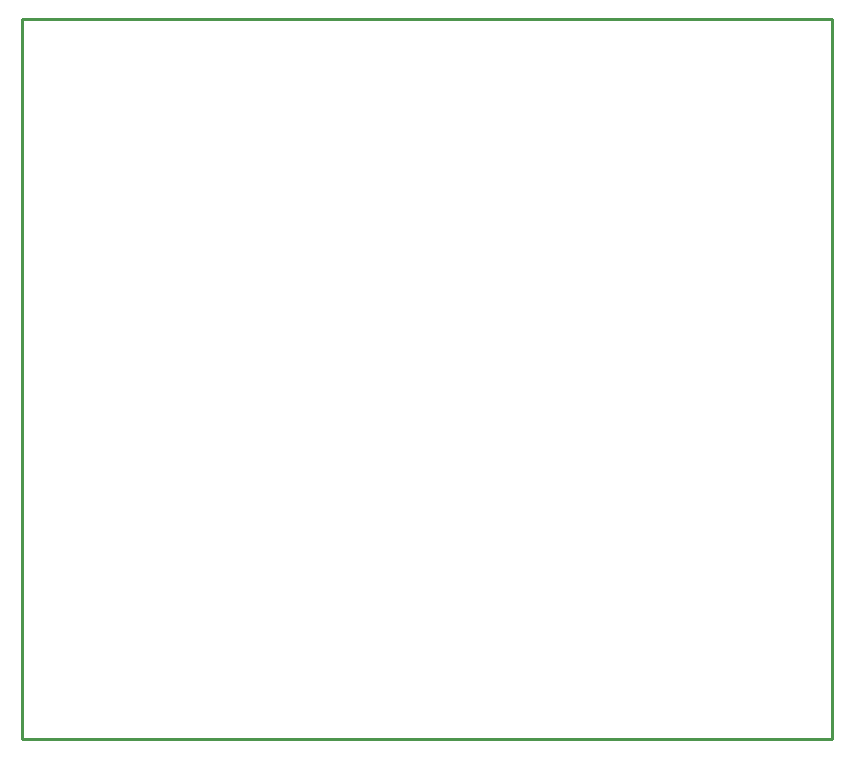
<source format=gko>
G04 Layer: BoardOutlineLayer*
G04 EasyEDA v6.5.29, 2023-07-10 19:36:55*
G04 1e7b4ab6233f4b76a91dc94f4c831b37,398929e9e95146ce9e037ed163e1f376,10*
G04 Gerber Generator version 0.2*
G04 Scale: 100 percent, Rotated: No, Reflected: No *
G04 Dimensions in millimeters *
G04 leading zeros omitted , absolute positions ,4 integer and 5 decimal *
%FSLAX45Y45*%
%MOMM*%

%ADD10C,0.2540*%
D10*
X0Y0D02*
G01*
X6858000Y0D01*
X6858000Y-6096000D01*
X0Y-6096000D01*
X0Y0D01*

%LPD*%
M02*

</source>
